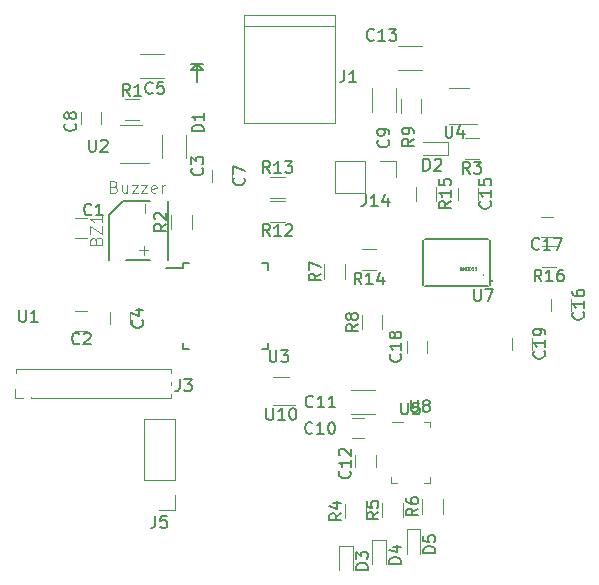
<source format=gbr>
G04 #@! TF.GenerationSoftware,KiCad,Pcbnew,(5.1.0)-1*
G04 #@! TF.CreationDate,2019-04-02T23:20:29-05:00*
G04 #@! TF.ProjectId,Avionics Board 1,4176696f-6e69-4637-9320-426f61726420,rev?*
G04 #@! TF.SameCoordinates,Original*
G04 #@! TF.FileFunction,Legend,Top*
G04 #@! TF.FilePolarity,Positive*
%FSLAX46Y46*%
G04 Gerber Fmt 4.6, Leading zero omitted, Abs format (unit mm)*
G04 Created by KiCad (PCBNEW (5.1.0)-1) date 2019-04-02 23:20:29*
%MOMM*%
%LPD*%
G04 APERTURE LIST*
%ADD10C,0.120000*%
%ADD11C,0.127000*%
%ADD12C,0.150000*%
%ADD13C,0.050000*%
%ADD14C,0.031750*%
G04 APERTURE END LIST*
D10*
X58220000Y-120322000D02*
X58220000Y-121522000D01*
X56460000Y-121522000D02*
X56460000Y-120322000D01*
D11*
X34940000Y-95022000D02*
X34940000Y-100022000D01*
X31440000Y-100022000D02*
X33440000Y-100022000D01*
X29940000Y-100022000D02*
X29940000Y-96252000D01*
X29940000Y-96252000D02*
X31170000Y-95022000D01*
X31170000Y-95022000D02*
X33440000Y-95022000D01*
D10*
X27132000Y-98210000D02*
X28132000Y-98210000D01*
X28132000Y-96510000D02*
X27132000Y-96510000D01*
X27132000Y-106084000D02*
X28132000Y-106084000D01*
X28132000Y-104384000D02*
X27132000Y-104384000D01*
X34420000Y-89422000D02*
X34420000Y-91422000D01*
X36460000Y-91422000D02*
X36460000Y-89422000D01*
X31784000Y-105480000D02*
X31784000Y-104480000D01*
X30084000Y-104480000D02*
X30084000Y-105480000D01*
X34640000Y-82602000D02*
X32640000Y-82602000D01*
X32640000Y-84642000D02*
X34640000Y-84642000D01*
X40390000Y-93422000D02*
X40390000Y-92422000D01*
X38690000Y-92422000D02*
X38690000Y-93422000D01*
X29290000Y-88522000D02*
X29290000Y-87522000D01*
X27590000Y-87522000D02*
X27590000Y-88522000D01*
X54260000Y-87522000D02*
X54260000Y-85522000D01*
X52220000Y-85522000D02*
X52220000Y-87522000D01*
X50590000Y-115122000D02*
X51590000Y-115122000D01*
X51590000Y-113422000D02*
X50590000Y-113422000D01*
X50490000Y-113092000D02*
X52490000Y-113092000D01*
X52490000Y-111052000D02*
X50490000Y-111052000D01*
X52540000Y-117572000D02*
X52540000Y-116572000D01*
X50840000Y-116572000D02*
X50840000Y-117572000D01*
X54440000Y-83942000D02*
X56440000Y-83942000D01*
X56440000Y-81902000D02*
X54440000Y-81902000D01*
X61226000Y-94928000D02*
X61226000Y-93928000D01*
X59526000Y-93928000D02*
X59526000Y-94928000D01*
X69100000Y-104326000D02*
X69100000Y-103326000D01*
X67400000Y-103326000D02*
X67400000Y-104326000D01*
X66540000Y-98072000D02*
X67540000Y-98072000D01*
X67540000Y-96372000D02*
X66540000Y-96372000D01*
X56908000Y-107882000D02*
X56908000Y-106882000D01*
X55208000Y-106882000D02*
X55208000Y-107882000D01*
X65798000Y-107628000D02*
X65798000Y-106628000D01*
X64098000Y-106628000D02*
X64098000Y-107628000D01*
D12*
X36940000Y-83472000D02*
X37940000Y-83472000D01*
X37440000Y-84972000D02*
X37440000Y-83472000D01*
X37440000Y-83472000D02*
X37940000Y-83972000D01*
X37940000Y-83972000D02*
X36940000Y-83972000D01*
X36940000Y-83972000D02*
X37440000Y-83472000D01*
D10*
X58640000Y-91192000D02*
X58640000Y-90052000D01*
X58640000Y-90052000D02*
X56540000Y-90052000D01*
X58640000Y-91192000D02*
X56540000Y-91192000D01*
X50610000Y-124222000D02*
X49470000Y-124222000D01*
X49470000Y-124222000D02*
X49470000Y-126322000D01*
X50610000Y-124222000D02*
X50610000Y-126322000D01*
X53410000Y-123722000D02*
X52270000Y-123722000D01*
X52270000Y-123722000D02*
X52270000Y-125822000D01*
X53410000Y-123722000D02*
X53410000Y-125822000D01*
X56310000Y-122822000D02*
X55170000Y-122822000D01*
X55170000Y-122822000D02*
X55170000Y-124922000D01*
X56310000Y-122822000D02*
X56310000Y-124922000D01*
X49090000Y-80272000D02*
X41390000Y-80272000D01*
X49090000Y-79272000D02*
X41390000Y-79272000D01*
X41390000Y-79272000D02*
X41390000Y-88472000D01*
X41390000Y-88472000D02*
X49090000Y-88472000D01*
X49090000Y-88472000D02*
X49090000Y-79272000D01*
X49070000Y-91692000D02*
X49070000Y-94352000D01*
X51670000Y-91692000D02*
X49070000Y-91692000D01*
X51670000Y-94352000D02*
X49070000Y-94352000D01*
X51670000Y-91692000D02*
X51670000Y-94352000D01*
X52940000Y-91692000D02*
X54270000Y-91692000D01*
X54270000Y-91692000D02*
X54270000Y-93022000D01*
X31340000Y-86442000D02*
X32540000Y-86442000D01*
X32540000Y-88202000D02*
X31340000Y-88202000D01*
X35260000Y-97422000D02*
X35260000Y-96222000D01*
X37020000Y-96222000D02*
X37020000Y-97422000D01*
X60100000Y-89742000D02*
X61300000Y-89742000D01*
X61300000Y-91502000D02*
X60100000Y-91502000D01*
X51720000Y-120722000D02*
X51720000Y-121922000D01*
X49960000Y-121922000D02*
X49960000Y-120722000D01*
X54870000Y-120616000D02*
X54870000Y-121816000D01*
X53110000Y-121816000D02*
X53110000Y-120616000D01*
X48160000Y-101622000D02*
X48160000Y-100422000D01*
X49920000Y-100422000D02*
X49920000Y-101622000D01*
X53120000Y-104722000D02*
X53120000Y-105922000D01*
X51360000Y-105922000D02*
X51360000Y-104722000D01*
X56430000Y-86418000D02*
X56430000Y-87618000D01*
X54670000Y-87618000D02*
X54670000Y-86418000D01*
X43638000Y-95026000D02*
X44838000Y-95026000D01*
X44838000Y-96786000D02*
X43638000Y-96786000D01*
X44838000Y-94754000D02*
X43638000Y-94754000D01*
X43638000Y-92994000D02*
X44838000Y-92994000D01*
X51394000Y-99136000D02*
X52594000Y-99136000D01*
X52594000Y-100896000D02*
X51394000Y-100896000D01*
X55940000Y-95028000D02*
X55940000Y-93828000D01*
X57700000Y-93828000D02*
X57700000Y-95028000D01*
X66634000Y-98882000D02*
X67834000Y-98882000D01*
X67834000Y-100642000D02*
X66634000Y-100642000D01*
X32745000Y-88623000D02*
X30945000Y-88623000D01*
X30945000Y-91843000D02*
X33395000Y-91843000D01*
D12*
X36199000Y-100339000D02*
X36199000Y-100764000D01*
X43449000Y-100339000D02*
X43449000Y-100864000D01*
X43449000Y-107589000D02*
X43449000Y-107064000D01*
X36199000Y-107589000D02*
X36199000Y-107064000D01*
X36199000Y-100339000D02*
X36724000Y-100339000D01*
X36199000Y-107589000D02*
X36724000Y-107589000D01*
X43449000Y-107589000D02*
X42924000Y-107589000D01*
X43449000Y-100339000D02*
X42924000Y-100339000D01*
X36199000Y-100764000D02*
X34824000Y-100764000D01*
D10*
X60494000Y-85458000D02*
X58734000Y-85458000D01*
X58734000Y-88528000D02*
X61164000Y-88528000D01*
X56620000Y-113722000D02*
X57120000Y-113722000D01*
X57120000Y-113722000D02*
X57120000Y-114222000D01*
X57120000Y-118422000D02*
X57120000Y-118922000D01*
X57120000Y-118922000D02*
X56620000Y-118922000D01*
X54320000Y-118922000D02*
X53820000Y-118922000D01*
X53820000Y-118922000D02*
X53820000Y-118422000D01*
X53920000Y-113722000D02*
X54870000Y-113722000D01*
D12*
X62096000Y-102244000D02*
X56696000Y-102244000D01*
X62096000Y-98244000D02*
X56696000Y-98244000D01*
X56596000Y-98344000D02*
X56596000Y-102144000D01*
X62196000Y-102144000D02*
X62196000Y-98344000D01*
X61698361Y-101334000D02*
G75*
G03X61698361Y-101334000I-22361J0D01*
G01*
D10*
X35570000Y-113512000D02*
X32910000Y-113512000D01*
X35570000Y-118652000D02*
X35570000Y-113512000D01*
X32910000Y-118652000D02*
X32910000Y-113512000D01*
X35570000Y-118652000D02*
X32910000Y-118652000D01*
X35570000Y-119922000D02*
X35570000Y-121252000D01*
X35570000Y-121252000D02*
X34240000Y-121252000D01*
X43840000Y-112282000D02*
X45740000Y-112282000D01*
X45240000Y-109962000D02*
X43840000Y-109962000D01*
X22015000Y-111710000D02*
X22015000Y-111000000D01*
X22700000Y-111710000D02*
X22015000Y-111710000D01*
X22140000Y-109605507D02*
X22140000Y-109290000D01*
X23385000Y-111710000D02*
X23385000Y-111608276D01*
X22140000Y-109290000D02*
X35260000Y-109290000D01*
X23385000Y-111710000D02*
X35260000Y-111710000D01*
X35260000Y-110605507D02*
X35260000Y-110394493D01*
X35260000Y-109605507D02*
X35260000Y-109290000D01*
X35260000Y-111710000D02*
X35260000Y-111394493D01*
D12*
X56142380Y-121088666D02*
X55666190Y-121422000D01*
X56142380Y-121660095D02*
X55142380Y-121660095D01*
X55142380Y-121279142D01*
X55190000Y-121183904D01*
X55237619Y-121136285D01*
X55332857Y-121088666D01*
X55475714Y-121088666D01*
X55570952Y-121136285D01*
X55618571Y-121183904D01*
X55666190Y-121279142D01*
X55666190Y-121660095D01*
X55142380Y-120231523D02*
X55142380Y-120422000D01*
X55190000Y-120517238D01*
X55237619Y-120564857D01*
X55380476Y-120660095D01*
X55570952Y-120707714D01*
X55951904Y-120707714D01*
X56047142Y-120660095D01*
X56094761Y-120612476D01*
X56142380Y-120517238D01*
X56142380Y-120326761D01*
X56094761Y-120231523D01*
X56047142Y-120183904D01*
X55951904Y-120136285D01*
X55713809Y-120136285D01*
X55618571Y-120183904D01*
X55570952Y-120231523D01*
X55523333Y-120326761D01*
X55523333Y-120517238D01*
X55570952Y-120612476D01*
X55618571Y-120660095D01*
X55713809Y-120707714D01*
D13*
X28868495Y-98403886D02*
X28916165Y-98260877D01*
X28963834Y-98213208D01*
X29059173Y-98165538D01*
X29202182Y-98165538D01*
X29297521Y-98213208D01*
X29345190Y-98260877D01*
X29392860Y-98356216D01*
X29392860Y-98737572D01*
X28391800Y-98737572D01*
X28391800Y-98403886D01*
X28439470Y-98308547D01*
X28487139Y-98260877D01*
X28582478Y-98213208D01*
X28677817Y-98213208D01*
X28773156Y-98260877D01*
X28820826Y-98308547D01*
X28868495Y-98403886D01*
X28868495Y-98737572D01*
X28391800Y-97831851D02*
X28391800Y-97164478D01*
X29392860Y-97831851D01*
X29392860Y-97164478D01*
X29392860Y-96258757D02*
X29392860Y-96830791D01*
X29392860Y-96544774D02*
X28391800Y-96544774D01*
X28534809Y-96640113D01*
X28630148Y-96735452D01*
X28677817Y-96830791D01*
X30411177Y-93850562D02*
X30554053Y-93898187D01*
X30601678Y-93945812D01*
X30649304Y-94041063D01*
X30649304Y-94183938D01*
X30601678Y-94279189D01*
X30554053Y-94326814D01*
X30458803Y-94374439D01*
X30077801Y-94374439D01*
X30077801Y-93374309D01*
X30411177Y-93374309D01*
X30506428Y-93421935D01*
X30554053Y-93469560D01*
X30601678Y-93564810D01*
X30601678Y-93660061D01*
X30554053Y-93755311D01*
X30506428Y-93802936D01*
X30411177Y-93850562D01*
X30077801Y-93850562D01*
X31506558Y-93707686D02*
X31506558Y-94374439D01*
X31077931Y-93707686D02*
X31077931Y-94231564D01*
X31125556Y-94326814D01*
X31220806Y-94374439D01*
X31363682Y-94374439D01*
X31458933Y-94326814D01*
X31506558Y-94279189D01*
X31887560Y-93707686D02*
X32411437Y-93707686D01*
X31887560Y-94374439D01*
X32411437Y-94374439D01*
X32697189Y-93707686D02*
X33221066Y-93707686D01*
X32697189Y-94374439D01*
X33221066Y-94374439D01*
X33983070Y-94326814D02*
X33887820Y-94374439D01*
X33697319Y-94374439D01*
X33602068Y-94326814D01*
X33554443Y-94231564D01*
X33554443Y-93850562D01*
X33602068Y-93755311D01*
X33697319Y-93707686D01*
X33887820Y-93707686D01*
X33983070Y-93755311D01*
X34030695Y-93850562D01*
X34030695Y-93945812D01*
X33554443Y-94041063D01*
X34459323Y-94374439D02*
X34459323Y-93707686D01*
X34459323Y-93898187D02*
X34506948Y-93802936D01*
X34554573Y-93755311D01*
X34649824Y-93707686D01*
X34745074Y-93707686D01*
X32911428Y-99602952D02*
X32911428Y-98841047D01*
X33292380Y-99222000D02*
X32530476Y-99222000D01*
X33011428Y-96102952D02*
X33011428Y-95341047D01*
D12*
X28473333Y-96179142D02*
X28425714Y-96226761D01*
X28282857Y-96274380D01*
X28187619Y-96274380D01*
X28044761Y-96226761D01*
X27949523Y-96131523D01*
X27901904Y-96036285D01*
X27854285Y-95845809D01*
X27854285Y-95702952D01*
X27901904Y-95512476D01*
X27949523Y-95417238D01*
X28044761Y-95322000D01*
X28187619Y-95274380D01*
X28282857Y-95274380D01*
X28425714Y-95322000D01*
X28473333Y-95369619D01*
X29425714Y-96274380D02*
X28854285Y-96274380D01*
X29140000Y-96274380D02*
X29140000Y-95274380D01*
X29044761Y-95417238D01*
X28949523Y-95512476D01*
X28854285Y-95560095D01*
X27465333Y-107091142D02*
X27417714Y-107138761D01*
X27274857Y-107186380D01*
X27179619Y-107186380D01*
X27036761Y-107138761D01*
X26941523Y-107043523D01*
X26893904Y-106948285D01*
X26846285Y-106757809D01*
X26846285Y-106614952D01*
X26893904Y-106424476D01*
X26941523Y-106329238D01*
X27036761Y-106234000D01*
X27179619Y-106186380D01*
X27274857Y-106186380D01*
X27417714Y-106234000D01*
X27465333Y-106281619D01*
X27846285Y-106281619D02*
X27893904Y-106234000D01*
X27989142Y-106186380D01*
X28227238Y-106186380D01*
X28322476Y-106234000D01*
X28370095Y-106281619D01*
X28417714Y-106376857D01*
X28417714Y-106472095D01*
X28370095Y-106614952D01*
X27798666Y-107186380D01*
X28417714Y-107186380D01*
X37857142Y-92266666D02*
X37904761Y-92314285D01*
X37952380Y-92457142D01*
X37952380Y-92552380D01*
X37904761Y-92695238D01*
X37809523Y-92790476D01*
X37714285Y-92838095D01*
X37523809Y-92885714D01*
X37380952Y-92885714D01*
X37190476Y-92838095D01*
X37095238Y-92790476D01*
X37000000Y-92695238D01*
X36952380Y-92552380D01*
X36952380Y-92457142D01*
X37000000Y-92314285D01*
X37047619Y-92266666D01*
X36952380Y-91933333D02*
X36952380Y-91314285D01*
X37333333Y-91647619D01*
X37333333Y-91504761D01*
X37380952Y-91409523D01*
X37428571Y-91361904D01*
X37523809Y-91314285D01*
X37761904Y-91314285D01*
X37857142Y-91361904D01*
X37904761Y-91409523D01*
X37952380Y-91504761D01*
X37952380Y-91790476D01*
X37904761Y-91885714D01*
X37857142Y-91933333D01*
X32791142Y-105146666D02*
X32838761Y-105194285D01*
X32886380Y-105337142D01*
X32886380Y-105432380D01*
X32838761Y-105575238D01*
X32743523Y-105670476D01*
X32648285Y-105718095D01*
X32457809Y-105765714D01*
X32314952Y-105765714D01*
X32124476Y-105718095D01*
X32029238Y-105670476D01*
X31934000Y-105575238D01*
X31886380Y-105432380D01*
X31886380Y-105337142D01*
X31934000Y-105194285D01*
X31981619Y-105146666D01*
X32219714Y-104289523D02*
X32886380Y-104289523D01*
X31838761Y-104527619D02*
X32553047Y-104765714D01*
X32553047Y-104146666D01*
X33673333Y-85879142D02*
X33625714Y-85926761D01*
X33482857Y-85974380D01*
X33387619Y-85974380D01*
X33244761Y-85926761D01*
X33149523Y-85831523D01*
X33101904Y-85736285D01*
X33054285Y-85545809D01*
X33054285Y-85402952D01*
X33101904Y-85212476D01*
X33149523Y-85117238D01*
X33244761Y-85022000D01*
X33387619Y-84974380D01*
X33482857Y-84974380D01*
X33625714Y-85022000D01*
X33673333Y-85069619D01*
X34578095Y-84974380D02*
X34101904Y-84974380D01*
X34054285Y-85450571D01*
X34101904Y-85402952D01*
X34197142Y-85355333D01*
X34435238Y-85355333D01*
X34530476Y-85402952D01*
X34578095Y-85450571D01*
X34625714Y-85545809D01*
X34625714Y-85783904D01*
X34578095Y-85879142D01*
X34530476Y-85926761D01*
X34435238Y-85974380D01*
X34197142Y-85974380D01*
X34101904Y-85926761D01*
X34054285Y-85879142D01*
X41397142Y-93088666D02*
X41444761Y-93136285D01*
X41492380Y-93279142D01*
X41492380Y-93374380D01*
X41444761Y-93517238D01*
X41349523Y-93612476D01*
X41254285Y-93660095D01*
X41063809Y-93707714D01*
X40920952Y-93707714D01*
X40730476Y-93660095D01*
X40635238Y-93612476D01*
X40540000Y-93517238D01*
X40492380Y-93374380D01*
X40492380Y-93279142D01*
X40540000Y-93136285D01*
X40587619Y-93088666D01*
X40492380Y-92755333D02*
X40492380Y-92088666D01*
X41492380Y-92517238D01*
X27097142Y-88488666D02*
X27144761Y-88536285D01*
X27192380Y-88679142D01*
X27192380Y-88774380D01*
X27144761Y-88917238D01*
X27049523Y-89012476D01*
X26954285Y-89060095D01*
X26763809Y-89107714D01*
X26620952Y-89107714D01*
X26430476Y-89060095D01*
X26335238Y-89012476D01*
X26240000Y-88917238D01*
X26192380Y-88774380D01*
X26192380Y-88679142D01*
X26240000Y-88536285D01*
X26287619Y-88488666D01*
X26620952Y-87917238D02*
X26573333Y-88012476D01*
X26525714Y-88060095D01*
X26430476Y-88107714D01*
X26382857Y-88107714D01*
X26287619Y-88060095D01*
X26240000Y-88012476D01*
X26192380Y-87917238D01*
X26192380Y-87726761D01*
X26240000Y-87631523D01*
X26287619Y-87583904D01*
X26382857Y-87536285D01*
X26430476Y-87536285D01*
X26525714Y-87583904D01*
X26573333Y-87631523D01*
X26620952Y-87726761D01*
X26620952Y-87917238D01*
X26668571Y-88012476D01*
X26716190Y-88060095D01*
X26811428Y-88107714D01*
X27001904Y-88107714D01*
X27097142Y-88060095D01*
X27144761Y-88012476D01*
X27192380Y-87917238D01*
X27192380Y-87726761D01*
X27144761Y-87631523D01*
X27097142Y-87583904D01*
X27001904Y-87536285D01*
X26811428Y-87536285D01*
X26716190Y-87583904D01*
X26668571Y-87631523D01*
X26620952Y-87726761D01*
X53597142Y-89888666D02*
X53644761Y-89936285D01*
X53692380Y-90079142D01*
X53692380Y-90174380D01*
X53644761Y-90317238D01*
X53549523Y-90412476D01*
X53454285Y-90460095D01*
X53263809Y-90507714D01*
X53120952Y-90507714D01*
X52930476Y-90460095D01*
X52835238Y-90412476D01*
X52740000Y-90317238D01*
X52692380Y-90174380D01*
X52692380Y-90079142D01*
X52740000Y-89936285D01*
X52787619Y-89888666D01*
X53692380Y-89412476D02*
X53692380Y-89222000D01*
X53644761Y-89126761D01*
X53597142Y-89079142D01*
X53454285Y-88983904D01*
X53263809Y-88936285D01*
X52882857Y-88936285D01*
X52787619Y-88983904D01*
X52740000Y-89031523D01*
X52692380Y-89126761D01*
X52692380Y-89317238D01*
X52740000Y-89412476D01*
X52787619Y-89460095D01*
X52882857Y-89507714D01*
X53120952Y-89507714D01*
X53216190Y-89460095D01*
X53263809Y-89412476D01*
X53311428Y-89317238D01*
X53311428Y-89126761D01*
X53263809Y-89031523D01*
X53216190Y-88983904D01*
X53120952Y-88936285D01*
X47193142Y-114667142D02*
X47145523Y-114714761D01*
X47002666Y-114762380D01*
X46907428Y-114762380D01*
X46764571Y-114714761D01*
X46669333Y-114619523D01*
X46621714Y-114524285D01*
X46574095Y-114333809D01*
X46574095Y-114190952D01*
X46621714Y-114000476D01*
X46669333Y-113905238D01*
X46764571Y-113810000D01*
X46907428Y-113762380D01*
X47002666Y-113762380D01*
X47145523Y-113810000D01*
X47193142Y-113857619D01*
X48145523Y-114762380D02*
X47574095Y-114762380D01*
X47859809Y-114762380D02*
X47859809Y-113762380D01*
X47764571Y-113905238D01*
X47669333Y-114000476D01*
X47574095Y-114048095D01*
X48764571Y-113762380D02*
X48859809Y-113762380D01*
X48955047Y-113810000D01*
X49002666Y-113857619D01*
X49050285Y-113952857D01*
X49097904Y-114143333D01*
X49097904Y-114381428D01*
X49050285Y-114571904D01*
X49002666Y-114667142D01*
X48955047Y-114714761D01*
X48859809Y-114762380D01*
X48764571Y-114762380D01*
X48669333Y-114714761D01*
X48621714Y-114667142D01*
X48574095Y-114571904D01*
X48526476Y-114381428D01*
X48526476Y-114143333D01*
X48574095Y-113952857D01*
X48621714Y-113857619D01*
X48669333Y-113810000D01*
X48764571Y-113762380D01*
X47247142Y-112429142D02*
X47199523Y-112476761D01*
X47056666Y-112524380D01*
X46961428Y-112524380D01*
X46818571Y-112476761D01*
X46723333Y-112381523D01*
X46675714Y-112286285D01*
X46628095Y-112095809D01*
X46628095Y-111952952D01*
X46675714Y-111762476D01*
X46723333Y-111667238D01*
X46818571Y-111572000D01*
X46961428Y-111524380D01*
X47056666Y-111524380D01*
X47199523Y-111572000D01*
X47247142Y-111619619D01*
X48199523Y-112524380D02*
X47628095Y-112524380D01*
X47913809Y-112524380D02*
X47913809Y-111524380D01*
X47818571Y-111667238D01*
X47723333Y-111762476D01*
X47628095Y-111810095D01*
X49151904Y-112524380D02*
X48580476Y-112524380D01*
X48866190Y-112524380D02*
X48866190Y-111524380D01*
X48770952Y-111667238D01*
X48675714Y-111762476D01*
X48580476Y-111810095D01*
X50347142Y-117914857D02*
X50394761Y-117962476D01*
X50442380Y-118105333D01*
X50442380Y-118200571D01*
X50394761Y-118343428D01*
X50299523Y-118438666D01*
X50204285Y-118486285D01*
X50013809Y-118533904D01*
X49870952Y-118533904D01*
X49680476Y-118486285D01*
X49585238Y-118438666D01*
X49490000Y-118343428D01*
X49442380Y-118200571D01*
X49442380Y-118105333D01*
X49490000Y-117962476D01*
X49537619Y-117914857D01*
X50442380Y-116962476D02*
X50442380Y-117533904D01*
X50442380Y-117248190D02*
X49442380Y-117248190D01*
X49585238Y-117343428D01*
X49680476Y-117438666D01*
X49728095Y-117533904D01*
X49537619Y-116581523D02*
X49490000Y-116533904D01*
X49442380Y-116438666D01*
X49442380Y-116200571D01*
X49490000Y-116105333D01*
X49537619Y-116057714D01*
X49632857Y-116010095D01*
X49728095Y-116010095D01*
X49870952Y-116057714D01*
X50442380Y-116629142D01*
X50442380Y-116010095D01*
X52397142Y-81379142D02*
X52349523Y-81426761D01*
X52206666Y-81474380D01*
X52111428Y-81474380D01*
X51968571Y-81426761D01*
X51873333Y-81331523D01*
X51825714Y-81236285D01*
X51778095Y-81045809D01*
X51778095Y-80902952D01*
X51825714Y-80712476D01*
X51873333Y-80617238D01*
X51968571Y-80522000D01*
X52111428Y-80474380D01*
X52206666Y-80474380D01*
X52349523Y-80522000D01*
X52397142Y-80569619D01*
X53349523Y-81474380D02*
X52778095Y-81474380D01*
X53063809Y-81474380D02*
X53063809Y-80474380D01*
X52968571Y-80617238D01*
X52873333Y-80712476D01*
X52778095Y-80760095D01*
X53682857Y-80474380D02*
X54301904Y-80474380D01*
X53968571Y-80855333D01*
X54111428Y-80855333D01*
X54206666Y-80902952D01*
X54254285Y-80950571D01*
X54301904Y-81045809D01*
X54301904Y-81283904D01*
X54254285Y-81379142D01*
X54206666Y-81426761D01*
X54111428Y-81474380D01*
X53825714Y-81474380D01*
X53730476Y-81426761D01*
X53682857Y-81379142D01*
X62233142Y-95070857D02*
X62280761Y-95118476D01*
X62328380Y-95261333D01*
X62328380Y-95356571D01*
X62280761Y-95499428D01*
X62185523Y-95594666D01*
X62090285Y-95642285D01*
X61899809Y-95689904D01*
X61756952Y-95689904D01*
X61566476Y-95642285D01*
X61471238Y-95594666D01*
X61376000Y-95499428D01*
X61328380Y-95356571D01*
X61328380Y-95261333D01*
X61376000Y-95118476D01*
X61423619Y-95070857D01*
X62328380Y-94118476D02*
X62328380Y-94689904D01*
X62328380Y-94404190D02*
X61328380Y-94404190D01*
X61471238Y-94499428D01*
X61566476Y-94594666D01*
X61614095Y-94689904D01*
X61328380Y-93213714D02*
X61328380Y-93689904D01*
X61804571Y-93737523D01*
X61756952Y-93689904D01*
X61709333Y-93594666D01*
X61709333Y-93356571D01*
X61756952Y-93261333D01*
X61804571Y-93213714D01*
X61899809Y-93166095D01*
X62137904Y-93166095D01*
X62233142Y-93213714D01*
X62280761Y-93261333D01*
X62328380Y-93356571D01*
X62328380Y-93594666D01*
X62280761Y-93689904D01*
X62233142Y-93737523D01*
X70107142Y-104468857D02*
X70154761Y-104516476D01*
X70202380Y-104659333D01*
X70202380Y-104754571D01*
X70154761Y-104897428D01*
X70059523Y-104992666D01*
X69964285Y-105040285D01*
X69773809Y-105087904D01*
X69630952Y-105087904D01*
X69440476Y-105040285D01*
X69345238Y-104992666D01*
X69250000Y-104897428D01*
X69202380Y-104754571D01*
X69202380Y-104659333D01*
X69250000Y-104516476D01*
X69297619Y-104468857D01*
X70202380Y-103516476D02*
X70202380Y-104087904D01*
X70202380Y-103802190D02*
X69202380Y-103802190D01*
X69345238Y-103897428D01*
X69440476Y-103992666D01*
X69488095Y-104087904D01*
X69202380Y-102659333D02*
X69202380Y-102849809D01*
X69250000Y-102945047D01*
X69297619Y-102992666D01*
X69440476Y-103087904D01*
X69630952Y-103135523D01*
X70011904Y-103135523D01*
X70107142Y-103087904D01*
X70154761Y-103040285D01*
X70202380Y-102945047D01*
X70202380Y-102754571D01*
X70154761Y-102659333D01*
X70107142Y-102611714D01*
X70011904Y-102564095D01*
X69773809Y-102564095D01*
X69678571Y-102611714D01*
X69630952Y-102659333D01*
X69583333Y-102754571D01*
X69583333Y-102945047D01*
X69630952Y-103040285D01*
X69678571Y-103087904D01*
X69773809Y-103135523D01*
X66397142Y-99079142D02*
X66349523Y-99126761D01*
X66206666Y-99174380D01*
X66111428Y-99174380D01*
X65968571Y-99126761D01*
X65873333Y-99031523D01*
X65825714Y-98936285D01*
X65778095Y-98745809D01*
X65778095Y-98602952D01*
X65825714Y-98412476D01*
X65873333Y-98317238D01*
X65968571Y-98222000D01*
X66111428Y-98174380D01*
X66206666Y-98174380D01*
X66349523Y-98222000D01*
X66397142Y-98269619D01*
X67349523Y-99174380D02*
X66778095Y-99174380D01*
X67063809Y-99174380D02*
X67063809Y-98174380D01*
X66968571Y-98317238D01*
X66873333Y-98412476D01*
X66778095Y-98460095D01*
X67682857Y-98174380D02*
X68349523Y-98174380D01*
X67920952Y-99174380D01*
X54637142Y-108024857D02*
X54684761Y-108072476D01*
X54732380Y-108215333D01*
X54732380Y-108310571D01*
X54684761Y-108453428D01*
X54589523Y-108548666D01*
X54494285Y-108596285D01*
X54303809Y-108643904D01*
X54160952Y-108643904D01*
X53970476Y-108596285D01*
X53875238Y-108548666D01*
X53780000Y-108453428D01*
X53732380Y-108310571D01*
X53732380Y-108215333D01*
X53780000Y-108072476D01*
X53827619Y-108024857D01*
X54732380Y-107072476D02*
X54732380Y-107643904D01*
X54732380Y-107358190D02*
X53732380Y-107358190D01*
X53875238Y-107453428D01*
X53970476Y-107548666D01*
X54018095Y-107643904D01*
X54160952Y-106501047D02*
X54113333Y-106596285D01*
X54065714Y-106643904D01*
X53970476Y-106691523D01*
X53922857Y-106691523D01*
X53827619Y-106643904D01*
X53780000Y-106596285D01*
X53732380Y-106501047D01*
X53732380Y-106310571D01*
X53780000Y-106215333D01*
X53827619Y-106167714D01*
X53922857Y-106120095D01*
X53970476Y-106120095D01*
X54065714Y-106167714D01*
X54113333Y-106215333D01*
X54160952Y-106310571D01*
X54160952Y-106501047D01*
X54208571Y-106596285D01*
X54256190Y-106643904D01*
X54351428Y-106691523D01*
X54541904Y-106691523D01*
X54637142Y-106643904D01*
X54684761Y-106596285D01*
X54732380Y-106501047D01*
X54732380Y-106310571D01*
X54684761Y-106215333D01*
X54637142Y-106167714D01*
X54541904Y-106120095D01*
X54351428Y-106120095D01*
X54256190Y-106167714D01*
X54208571Y-106215333D01*
X54160952Y-106310571D01*
X66805142Y-107770857D02*
X66852761Y-107818476D01*
X66900380Y-107961333D01*
X66900380Y-108056571D01*
X66852761Y-108199428D01*
X66757523Y-108294666D01*
X66662285Y-108342285D01*
X66471809Y-108389904D01*
X66328952Y-108389904D01*
X66138476Y-108342285D01*
X66043238Y-108294666D01*
X65948000Y-108199428D01*
X65900380Y-108056571D01*
X65900380Y-107961333D01*
X65948000Y-107818476D01*
X65995619Y-107770857D01*
X66900380Y-106818476D02*
X66900380Y-107389904D01*
X66900380Y-107104190D02*
X65900380Y-107104190D01*
X66043238Y-107199428D01*
X66138476Y-107294666D01*
X66186095Y-107389904D01*
X66900380Y-106342285D02*
X66900380Y-106151809D01*
X66852761Y-106056571D01*
X66805142Y-106008952D01*
X66662285Y-105913714D01*
X66471809Y-105866095D01*
X66090857Y-105866095D01*
X65995619Y-105913714D01*
X65948000Y-105961333D01*
X65900380Y-106056571D01*
X65900380Y-106247047D01*
X65948000Y-106342285D01*
X65995619Y-106389904D01*
X66090857Y-106437523D01*
X66328952Y-106437523D01*
X66424190Y-106389904D01*
X66471809Y-106342285D01*
X66519428Y-106247047D01*
X66519428Y-106056571D01*
X66471809Y-105961333D01*
X66424190Y-105913714D01*
X66328952Y-105866095D01*
X37992380Y-89160095D02*
X36992380Y-89160095D01*
X36992380Y-88922000D01*
X37040000Y-88779142D01*
X37135238Y-88683904D01*
X37230476Y-88636285D01*
X37420952Y-88588666D01*
X37563809Y-88588666D01*
X37754285Y-88636285D01*
X37849523Y-88683904D01*
X37944761Y-88779142D01*
X37992380Y-88922000D01*
X37992380Y-89160095D01*
X37992380Y-87636285D02*
X37992380Y-88207714D01*
X37992380Y-87922000D02*
X36992380Y-87922000D01*
X37135238Y-88017238D01*
X37230476Y-88112476D01*
X37278095Y-88207714D01*
X56601904Y-92474380D02*
X56601904Y-91474380D01*
X56840000Y-91474380D01*
X56982857Y-91522000D01*
X57078095Y-91617238D01*
X57125714Y-91712476D01*
X57173333Y-91902952D01*
X57173333Y-92045809D01*
X57125714Y-92236285D01*
X57078095Y-92331523D01*
X56982857Y-92426761D01*
X56840000Y-92474380D01*
X56601904Y-92474380D01*
X57554285Y-91569619D02*
X57601904Y-91522000D01*
X57697142Y-91474380D01*
X57935238Y-91474380D01*
X58030476Y-91522000D01*
X58078095Y-91569619D01*
X58125714Y-91664857D01*
X58125714Y-91760095D01*
X58078095Y-91902952D01*
X57506666Y-92474380D01*
X58125714Y-92474380D01*
X51892380Y-126260095D02*
X50892380Y-126260095D01*
X50892380Y-126022000D01*
X50940000Y-125879142D01*
X51035238Y-125783904D01*
X51130476Y-125736285D01*
X51320952Y-125688666D01*
X51463809Y-125688666D01*
X51654285Y-125736285D01*
X51749523Y-125783904D01*
X51844761Y-125879142D01*
X51892380Y-126022000D01*
X51892380Y-126260095D01*
X50892380Y-125355333D02*
X50892380Y-124736285D01*
X51273333Y-125069619D01*
X51273333Y-124926761D01*
X51320952Y-124831523D01*
X51368571Y-124783904D01*
X51463809Y-124736285D01*
X51701904Y-124736285D01*
X51797142Y-124783904D01*
X51844761Y-124831523D01*
X51892380Y-124926761D01*
X51892380Y-125212476D01*
X51844761Y-125307714D01*
X51797142Y-125355333D01*
X54692380Y-125760095D02*
X53692380Y-125760095D01*
X53692380Y-125522000D01*
X53740000Y-125379142D01*
X53835238Y-125283904D01*
X53930476Y-125236285D01*
X54120952Y-125188666D01*
X54263809Y-125188666D01*
X54454285Y-125236285D01*
X54549523Y-125283904D01*
X54644761Y-125379142D01*
X54692380Y-125522000D01*
X54692380Y-125760095D01*
X54025714Y-124331523D02*
X54692380Y-124331523D01*
X53644761Y-124569619D02*
X54359047Y-124807714D01*
X54359047Y-124188666D01*
X57592380Y-124860095D02*
X56592380Y-124860095D01*
X56592380Y-124622000D01*
X56640000Y-124479142D01*
X56735238Y-124383904D01*
X56830476Y-124336285D01*
X57020952Y-124288666D01*
X57163809Y-124288666D01*
X57354285Y-124336285D01*
X57449523Y-124383904D01*
X57544761Y-124479142D01*
X57592380Y-124622000D01*
X57592380Y-124860095D01*
X56592380Y-123383904D02*
X56592380Y-123860095D01*
X57068571Y-123907714D01*
X57020952Y-123860095D01*
X56973333Y-123764857D01*
X56973333Y-123526761D01*
X57020952Y-123431523D01*
X57068571Y-123383904D01*
X57163809Y-123336285D01*
X57401904Y-123336285D01*
X57497142Y-123383904D01*
X57544761Y-123431523D01*
X57592380Y-123526761D01*
X57592380Y-123764857D01*
X57544761Y-123860095D01*
X57497142Y-123907714D01*
X49906666Y-83974380D02*
X49906666Y-84688666D01*
X49859047Y-84831523D01*
X49763809Y-84926761D01*
X49620952Y-84974380D01*
X49525714Y-84974380D01*
X50906666Y-84974380D02*
X50335238Y-84974380D01*
X50620952Y-84974380D02*
X50620952Y-83974380D01*
X50525714Y-84117238D01*
X50430476Y-84212476D01*
X50335238Y-84260095D01*
X51730476Y-94474380D02*
X51730476Y-95188666D01*
X51682857Y-95331523D01*
X51587619Y-95426761D01*
X51444761Y-95474380D01*
X51349523Y-95474380D01*
X52730476Y-95474380D02*
X52159047Y-95474380D01*
X52444761Y-95474380D02*
X52444761Y-94474380D01*
X52349523Y-94617238D01*
X52254285Y-94712476D01*
X52159047Y-94760095D01*
X53587619Y-94807714D02*
X53587619Y-95474380D01*
X53349523Y-94426761D02*
X53111428Y-95141047D01*
X53730476Y-95141047D01*
X31733333Y-86152380D02*
X31400000Y-85676190D01*
X31161904Y-86152380D02*
X31161904Y-85152380D01*
X31542857Y-85152380D01*
X31638095Y-85200000D01*
X31685714Y-85247619D01*
X31733333Y-85342857D01*
X31733333Y-85485714D01*
X31685714Y-85580952D01*
X31638095Y-85628571D01*
X31542857Y-85676190D01*
X31161904Y-85676190D01*
X32685714Y-86152380D02*
X32114285Y-86152380D01*
X32400000Y-86152380D02*
X32400000Y-85152380D01*
X32304761Y-85295238D01*
X32209523Y-85390476D01*
X32114285Y-85438095D01*
X34814380Y-96988666D02*
X34338190Y-97322000D01*
X34814380Y-97560095D02*
X33814380Y-97560095D01*
X33814380Y-97179142D01*
X33862000Y-97083904D01*
X33909619Y-97036285D01*
X34004857Y-96988666D01*
X34147714Y-96988666D01*
X34242952Y-97036285D01*
X34290571Y-97083904D01*
X34338190Y-97179142D01*
X34338190Y-97560095D01*
X33909619Y-96607714D02*
X33862000Y-96560095D01*
X33814380Y-96464857D01*
X33814380Y-96226761D01*
X33862000Y-96131523D01*
X33909619Y-96083904D01*
X34004857Y-96036285D01*
X34100095Y-96036285D01*
X34242952Y-96083904D01*
X34814380Y-96655333D01*
X34814380Y-96036285D01*
X60533333Y-92724380D02*
X60200000Y-92248190D01*
X59961904Y-92724380D02*
X59961904Y-91724380D01*
X60342857Y-91724380D01*
X60438095Y-91772000D01*
X60485714Y-91819619D01*
X60533333Y-91914857D01*
X60533333Y-92057714D01*
X60485714Y-92152952D01*
X60438095Y-92200571D01*
X60342857Y-92248190D01*
X59961904Y-92248190D01*
X60866666Y-91724380D02*
X61485714Y-91724380D01*
X61152380Y-92105333D01*
X61295238Y-92105333D01*
X61390476Y-92152952D01*
X61438095Y-92200571D01*
X61485714Y-92295809D01*
X61485714Y-92533904D01*
X61438095Y-92629142D01*
X61390476Y-92676761D01*
X61295238Y-92724380D01*
X61009523Y-92724380D01*
X60914285Y-92676761D01*
X60866666Y-92629142D01*
X49642380Y-121488666D02*
X49166190Y-121822000D01*
X49642380Y-122060095D02*
X48642380Y-122060095D01*
X48642380Y-121679142D01*
X48690000Y-121583904D01*
X48737619Y-121536285D01*
X48832857Y-121488666D01*
X48975714Y-121488666D01*
X49070952Y-121536285D01*
X49118571Y-121583904D01*
X49166190Y-121679142D01*
X49166190Y-122060095D01*
X48975714Y-120631523D02*
X49642380Y-120631523D01*
X48594761Y-120869619D02*
X49309047Y-121107714D01*
X49309047Y-120488666D01*
X52792380Y-121382666D02*
X52316190Y-121716000D01*
X52792380Y-121954095D02*
X51792380Y-121954095D01*
X51792380Y-121573142D01*
X51840000Y-121477904D01*
X51887619Y-121430285D01*
X51982857Y-121382666D01*
X52125714Y-121382666D01*
X52220952Y-121430285D01*
X52268571Y-121477904D01*
X52316190Y-121573142D01*
X52316190Y-121954095D01*
X51792380Y-120477904D02*
X51792380Y-120954095D01*
X52268571Y-121001714D01*
X52220952Y-120954095D01*
X52173333Y-120858857D01*
X52173333Y-120620761D01*
X52220952Y-120525523D01*
X52268571Y-120477904D01*
X52363809Y-120430285D01*
X52601904Y-120430285D01*
X52697142Y-120477904D01*
X52744761Y-120525523D01*
X52792380Y-120620761D01*
X52792380Y-120858857D01*
X52744761Y-120954095D01*
X52697142Y-121001714D01*
X47892380Y-101188666D02*
X47416190Y-101522000D01*
X47892380Y-101760095D02*
X46892380Y-101760095D01*
X46892380Y-101379142D01*
X46940000Y-101283904D01*
X46987619Y-101236285D01*
X47082857Y-101188666D01*
X47225714Y-101188666D01*
X47320952Y-101236285D01*
X47368571Y-101283904D01*
X47416190Y-101379142D01*
X47416190Y-101760095D01*
X46892380Y-100855333D02*
X46892380Y-100188666D01*
X47892380Y-100617238D01*
X51042380Y-105488666D02*
X50566190Y-105822000D01*
X51042380Y-106060095D02*
X50042380Y-106060095D01*
X50042380Y-105679142D01*
X50090000Y-105583904D01*
X50137619Y-105536285D01*
X50232857Y-105488666D01*
X50375714Y-105488666D01*
X50470952Y-105536285D01*
X50518571Y-105583904D01*
X50566190Y-105679142D01*
X50566190Y-106060095D01*
X50470952Y-104917238D02*
X50423333Y-105012476D01*
X50375714Y-105060095D01*
X50280476Y-105107714D01*
X50232857Y-105107714D01*
X50137619Y-105060095D01*
X50090000Y-105012476D01*
X50042380Y-104917238D01*
X50042380Y-104726761D01*
X50090000Y-104631523D01*
X50137619Y-104583904D01*
X50232857Y-104536285D01*
X50280476Y-104536285D01*
X50375714Y-104583904D01*
X50423333Y-104631523D01*
X50470952Y-104726761D01*
X50470952Y-104917238D01*
X50518571Y-105012476D01*
X50566190Y-105060095D01*
X50661428Y-105107714D01*
X50851904Y-105107714D01*
X50947142Y-105060095D01*
X50994761Y-105012476D01*
X51042380Y-104917238D01*
X51042380Y-104726761D01*
X50994761Y-104631523D01*
X50947142Y-104583904D01*
X50851904Y-104536285D01*
X50661428Y-104536285D01*
X50566190Y-104583904D01*
X50518571Y-104631523D01*
X50470952Y-104726761D01*
X55792380Y-89788666D02*
X55316190Y-90122000D01*
X55792380Y-90360095D02*
X54792380Y-90360095D01*
X54792380Y-89979142D01*
X54840000Y-89883904D01*
X54887619Y-89836285D01*
X54982857Y-89788666D01*
X55125714Y-89788666D01*
X55220952Y-89836285D01*
X55268571Y-89883904D01*
X55316190Y-89979142D01*
X55316190Y-90360095D01*
X55792380Y-89312476D02*
X55792380Y-89122000D01*
X55744761Y-89026761D01*
X55697142Y-88979142D01*
X55554285Y-88883904D01*
X55363809Y-88836285D01*
X54982857Y-88836285D01*
X54887619Y-88883904D01*
X54840000Y-88931523D01*
X54792380Y-89026761D01*
X54792380Y-89217238D01*
X54840000Y-89312476D01*
X54887619Y-89360095D01*
X54982857Y-89407714D01*
X55220952Y-89407714D01*
X55316190Y-89360095D01*
X55363809Y-89312476D01*
X55411428Y-89217238D01*
X55411428Y-89026761D01*
X55363809Y-88931523D01*
X55316190Y-88883904D01*
X55220952Y-88836285D01*
X43595142Y-98008380D02*
X43261809Y-97532190D01*
X43023714Y-98008380D02*
X43023714Y-97008380D01*
X43404666Y-97008380D01*
X43499904Y-97056000D01*
X43547523Y-97103619D01*
X43595142Y-97198857D01*
X43595142Y-97341714D01*
X43547523Y-97436952D01*
X43499904Y-97484571D01*
X43404666Y-97532190D01*
X43023714Y-97532190D01*
X44547523Y-98008380D02*
X43976095Y-98008380D01*
X44261809Y-98008380D02*
X44261809Y-97008380D01*
X44166571Y-97151238D01*
X44071333Y-97246476D01*
X43976095Y-97294095D01*
X44928476Y-97103619D02*
X44976095Y-97056000D01*
X45071333Y-97008380D01*
X45309428Y-97008380D01*
X45404666Y-97056000D01*
X45452285Y-97103619D01*
X45499904Y-97198857D01*
X45499904Y-97294095D01*
X45452285Y-97436952D01*
X44880857Y-98008380D01*
X45499904Y-98008380D01*
X43595142Y-92676380D02*
X43261809Y-92200190D01*
X43023714Y-92676380D02*
X43023714Y-91676380D01*
X43404666Y-91676380D01*
X43499904Y-91724000D01*
X43547523Y-91771619D01*
X43595142Y-91866857D01*
X43595142Y-92009714D01*
X43547523Y-92104952D01*
X43499904Y-92152571D01*
X43404666Y-92200190D01*
X43023714Y-92200190D01*
X44547523Y-92676380D02*
X43976095Y-92676380D01*
X44261809Y-92676380D02*
X44261809Y-91676380D01*
X44166571Y-91819238D01*
X44071333Y-91914476D01*
X43976095Y-91962095D01*
X44880857Y-91676380D02*
X45499904Y-91676380D01*
X45166571Y-92057333D01*
X45309428Y-92057333D01*
X45404666Y-92104952D01*
X45452285Y-92152571D01*
X45499904Y-92247809D01*
X45499904Y-92485904D01*
X45452285Y-92581142D01*
X45404666Y-92628761D01*
X45309428Y-92676380D01*
X45023714Y-92676380D01*
X44928476Y-92628761D01*
X44880857Y-92581142D01*
X51351142Y-102118380D02*
X51017809Y-101642190D01*
X50779714Y-102118380D02*
X50779714Y-101118380D01*
X51160666Y-101118380D01*
X51255904Y-101166000D01*
X51303523Y-101213619D01*
X51351142Y-101308857D01*
X51351142Y-101451714D01*
X51303523Y-101546952D01*
X51255904Y-101594571D01*
X51160666Y-101642190D01*
X50779714Y-101642190D01*
X52303523Y-102118380D02*
X51732095Y-102118380D01*
X52017809Y-102118380D02*
X52017809Y-101118380D01*
X51922571Y-101261238D01*
X51827333Y-101356476D01*
X51732095Y-101404095D01*
X53160666Y-101451714D02*
X53160666Y-102118380D01*
X52922571Y-101070761D02*
X52684476Y-101785047D01*
X53303523Y-101785047D01*
X58922380Y-95070857D02*
X58446190Y-95404190D01*
X58922380Y-95642285D02*
X57922380Y-95642285D01*
X57922380Y-95261333D01*
X57970000Y-95166095D01*
X58017619Y-95118476D01*
X58112857Y-95070857D01*
X58255714Y-95070857D01*
X58350952Y-95118476D01*
X58398571Y-95166095D01*
X58446190Y-95261333D01*
X58446190Y-95642285D01*
X58922380Y-94118476D02*
X58922380Y-94689904D01*
X58922380Y-94404190D02*
X57922380Y-94404190D01*
X58065238Y-94499428D01*
X58160476Y-94594666D01*
X58208095Y-94689904D01*
X57922380Y-93213714D02*
X57922380Y-93689904D01*
X58398571Y-93737523D01*
X58350952Y-93689904D01*
X58303333Y-93594666D01*
X58303333Y-93356571D01*
X58350952Y-93261333D01*
X58398571Y-93213714D01*
X58493809Y-93166095D01*
X58731904Y-93166095D01*
X58827142Y-93213714D01*
X58874761Y-93261333D01*
X58922380Y-93356571D01*
X58922380Y-93594666D01*
X58874761Y-93689904D01*
X58827142Y-93737523D01*
X66591142Y-101864380D02*
X66257809Y-101388190D01*
X66019714Y-101864380D02*
X66019714Y-100864380D01*
X66400666Y-100864380D01*
X66495904Y-100912000D01*
X66543523Y-100959619D01*
X66591142Y-101054857D01*
X66591142Y-101197714D01*
X66543523Y-101292952D01*
X66495904Y-101340571D01*
X66400666Y-101388190D01*
X66019714Y-101388190D01*
X67543523Y-101864380D02*
X66972095Y-101864380D01*
X67257809Y-101864380D02*
X67257809Y-100864380D01*
X67162571Y-101007238D01*
X67067333Y-101102476D01*
X66972095Y-101150095D01*
X68400666Y-100864380D02*
X68210190Y-100864380D01*
X68114952Y-100912000D01*
X68067333Y-100959619D01*
X67972095Y-101102476D01*
X67924476Y-101292952D01*
X67924476Y-101673904D01*
X67972095Y-101769142D01*
X68019714Y-101816761D01*
X68114952Y-101864380D01*
X68305428Y-101864380D01*
X68400666Y-101816761D01*
X68448285Y-101769142D01*
X68495904Y-101673904D01*
X68495904Y-101435809D01*
X68448285Y-101340571D01*
X68400666Y-101292952D01*
X68305428Y-101245333D01*
X68114952Y-101245333D01*
X68019714Y-101292952D01*
X67972095Y-101340571D01*
X67924476Y-101435809D01*
X22378095Y-104274380D02*
X22378095Y-105083904D01*
X22425714Y-105179142D01*
X22473333Y-105226761D01*
X22568571Y-105274380D01*
X22759047Y-105274380D01*
X22854285Y-105226761D01*
X22901904Y-105179142D01*
X22949523Y-105083904D01*
X22949523Y-104274380D01*
X23949523Y-105274380D02*
X23378095Y-105274380D01*
X23663809Y-105274380D02*
X23663809Y-104274380D01*
X23568571Y-104417238D01*
X23473333Y-104512476D01*
X23378095Y-104560095D01*
X28278095Y-89874380D02*
X28278095Y-90683904D01*
X28325714Y-90779142D01*
X28373333Y-90826761D01*
X28468571Y-90874380D01*
X28659047Y-90874380D01*
X28754285Y-90826761D01*
X28801904Y-90779142D01*
X28849523Y-90683904D01*
X28849523Y-89874380D01*
X29278095Y-89969619D02*
X29325714Y-89922000D01*
X29420952Y-89874380D01*
X29659047Y-89874380D01*
X29754285Y-89922000D01*
X29801904Y-89969619D01*
X29849523Y-90064857D01*
X29849523Y-90160095D01*
X29801904Y-90302952D01*
X29230476Y-90874380D01*
X29849523Y-90874380D01*
X43578095Y-107674380D02*
X43578095Y-108483904D01*
X43625714Y-108579142D01*
X43673333Y-108626761D01*
X43768571Y-108674380D01*
X43959047Y-108674380D01*
X44054285Y-108626761D01*
X44101904Y-108579142D01*
X44149523Y-108483904D01*
X44149523Y-107674380D01*
X44530476Y-107674380D02*
X45149523Y-107674380D01*
X44816190Y-108055333D01*
X44959047Y-108055333D01*
X45054285Y-108102952D01*
X45101904Y-108150571D01*
X45149523Y-108245809D01*
X45149523Y-108483904D01*
X45101904Y-108579142D01*
X45054285Y-108626761D01*
X44959047Y-108674380D01*
X44673333Y-108674380D01*
X44578095Y-108626761D01*
X44530476Y-108579142D01*
X58478095Y-88674380D02*
X58478095Y-89483904D01*
X58525714Y-89579142D01*
X58573333Y-89626761D01*
X58668571Y-89674380D01*
X58859047Y-89674380D01*
X58954285Y-89626761D01*
X59001904Y-89579142D01*
X59049523Y-89483904D01*
X59049523Y-88674380D01*
X59954285Y-89007714D02*
X59954285Y-89674380D01*
X59716190Y-88626761D02*
X59478095Y-89341047D01*
X60097142Y-89341047D01*
X54708095Y-112124380D02*
X54708095Y-112933904D01*
X54755714Y-113029142D01*
X54803333Y-113076761D01*
X54898571Y-113124380D01*
X55089047Y-113124380D01*
X55184285Y-113076761D01*
X55231904Y-113029142D01*
X55279523Y-112933904D01*
X55279523Y-112124380D01*
X56231904Y-112124380D02*
X55755714Y-112124380D01*
X55708095Y-112600571D01*
X55755714Y-112552952D01*
X55850952Y-112505333D01*
X56089047Y-112505333D01*
X56184285Y-112552952D01*
X56231904Y-112600571D01*
X56279523Y-112695809D01*
X56279523Y-112933904D01*
X56231904Y-113029142D01*
X56184285Y-113076761D01*
X56089047Y-113124380D01*
X55850952Y-113124380D01*
X55755714Y-113076761D01*
X55708095Y-113029142D01*
X60884095Y-102516380D02*
X60884095Y-103325904D01*
X60931714Y-103421142D01*
X60979333Y-103468761D01*
X61074571Y-103516380D01*
X61265047Y-103516380D01*
X61360285Y-103468761D01*
X61407904Y-103421142D01*
X61455523Y-103325904D01*
X61455523Y-102516380D01*
X61836476Y-102516380D02*
X62503142Y-102516380D01*
X62074571Y-103516380D01*
D14*
X62432285Y-101851452D02*
X62359714Y-101851452D01*
X62396000Y-101851452D02*
X62396000Y-101724452D01*
X62383904Y-101742595D01*
X62371809Y-101754690D01*
X62359714Y-101760738D01*
D13*
X59774809Y-100760142D02*
X59810523Y-100772047D01*
X59822428Y-100783952D01*
X59834333Y-100807761D01*
X59834333Y-100843476D01*
X59822428Y-100867285D01*
X59810523Y-100879190D01*
X59786714Y-100891095D01*
X59691476Y-100891095D01*
X59691476Y-100641095D01*
X59774809Y-100641095D01*
X59798619Y-100653000D01*
X59810523Y-100664904D01*
X59822428Y-100688714D01*
X59822428Y-100712523D01*
X59810523Y-100736333D01*
X59798619Y-100748238D01*
X59774809Y-100760142D01*
X59691476Y-100760142D01*
X59941476Y-100891095D02*
X59941476Y-100641095D01*
X60084333Y-100891095D01*
X60084333Y-100641095D01*
X60251000Y-100641095D02*
X60298619Y-100641095D01*
X60322428Y-100653000D01*
X60346238Y-100676809D01*
X60358142Y-100724428D01*
X60358142Y-100807761D01*
X60346238Y-100855380D01*
X60322428Y-100879190D01*
X60298619Y-100891095D01*
X60251000Y-100891095D01*
X60227190Y-100879190D01*
X60203380Y-100855380D01*
X60191476Y-100807761D01*
X60191476Y-100724428D01*
X60203380Y-100676809D01*
X60227190Y-100653000D01*
X60251000Y-100641095D01*
X60512904Y-100641095D02*
X60536714Y-100641095D01*
X60560523Y-100653000D01*
X60572428Y-100664904D01*
X60584333Y-100688714D01*
X60596238Y-100736333D01*
X60596238Y-100795857D01*
X60584333Y-100843476D01*
X60572428Y-100867285D01*
X60560523Y-100879190D01*
X60536714Y-100891095D01*
X60512904Y-100891095D01*
X60489095Y-100879190D01*
X60477190Y-100867285D01*
X60465285Y-100843476D01*
X60453380Y-100795857D01*
X60453380Y-100736333D01*
X60465285Y-100688714D01*
X60477190Y-100664904D01*
X60489095Y-100653000D01*
X60512904Y-100641095D01*
X60822428Y-100641095D02*
X60703380Y-100641095D01*
X60691476Y-100760142D01*
X60703380Y-100748238D01*
X60727190Y-100736333D01*
X60786714Y-100736333D01*
X60810523Y-100748238D01*
X60822428Y-100760142D01*
X60834333Y-100783952D01*
X60834333Y-100843476D01*
X60822428Y-100867285D01*
X60810523Y-100879190D01*
X60786714Y-100891095D01*
X60727190Y-100891095D01*
X60703380Y-100879190D01*
X60691476Y-100867285D01*
X61060523Y-100641095D02*
X60941476Y-100641095D01*
X60929571Y-100760142D01*
X60941476Y-100748238D01*
X60965285Y-100736333D01*
X61024809Y-100736333D01*
X61048619Y-100748238D01*
X61060523Y-100760142D01*
X61072428Y-100783952D01*
X61072428Y-100843476D01*
X61060523Y-100867285D01*
X61048619Y-100879190D01*
X61024809Y-100891095D01*
X60965285Y-100891095D01*
X60941476Y-100879190D01*
X60929571Y-100867285D01*
D12*
X55550095Y-111914380D02*
X55550095Y-112723904D01*
X55597714Y-112819142D01*
X55645333Y-112866761D01*
X55740571Y-112914380D01*
X55931047Y-112914380D01*
X56026285Y-112866761D01*
X56073904Y-112819142D01*
X56121523Y-112723904D01*
X56121523Y-111914380D01*
X56740571Y-112342952D02*
X56645333Y-112295333D01*
X56597714Y-112247714D01*
X56550095Y-112152476D01*
X56550095Y-112104857D01*
X56597714Y-112009619D01*
X56645333Y-111962000D01*
X56740571Y-111914380D01*
X56931047Y-111914380D01*
X57026285Y-111962000D01*
X57073904Y-112009619D01*
X57121523Y-112104857D01*
X57121523Y-112152476D01*
X57073904Y-112247714D01*
X57026285Y-112295333D01*
X56931047Y-112342952D01*
X56740571Y-112342952D01*
X56645333Y-112390571D01*
X56597714Y-112438190D01*
X56550095Y-112533428D01*
X56550095Y-112723904D01*
X56597714Y-112819142D01*
X56645333Y-112866761D01*
X56740571Y-112914380D01*
X56931047Y-112914380D01*
X57026285Y-112866761D01*
X57073904Y-112819142D01*
X57121523Y-112723904D01*
X57121523Y-112533428D01*
X57073904Y-112438190D01*
X57026285Y-112390571D01*
X56931047Y-112342952D01*
X33906666Y-121704380D02*
X33906666Y-122418666D01*
X33859047Y-122561523D01*
X33763809Y-122656761D01*
X33620952Y-122704380D01*
X33525714Y-122704380D01*
X34859047Y-121704380D02*
X34382857Y-121704380D01*
X34335238Y-122180571D01*
X34382857Y-122132952D01*
X34478095Y-122085333D01*
X34716190Y-122085333D01*
X34811428Y-122132952D01*
X34859047Y-122180571D01*
X34906666Y-122275809D01*
X34906666Y-122513904D01*
X34859047Y-122609142D01*
X34811428Y-122656761D01*
X34716190Y-122704380D01*
X34478095Y-122704380D01*
X34382857Y-122656761D01*
X34335238Y-122609142D01*
X43301904Y-112574380D02*
X43301904Y-113383904D01*
X43349523Y-113479142D01*
X43397142Y-113526761D01*
X43492380Y-113574380D01*
X43682857Y-113574380D01*
X43778095Y-113526761D01*
X43825714Y-113479142D01*
X43873333Y-113383904D01*
X43873333Y-112574380D01*
X44873333Y-113574380D02*
X44301904Y-113574380D01*
X44587619Y-113574380D02*
X44587619Y-112574380D01*
X44492380Y-112717238D01*
X44397142Y-112812476D01*
X44301904Y-112860095D01*
X45492380Y-112574380D02*
X45587619Y-112574380D01*
X45682857Y-112622000D01*
X45730476Y-112669619D01*
X45778095Y-112764857D01*
X45825714Y-112955333D01*
X45825714Y-113193428D01*
X45778095Y-113383904D01*
X45730476Y-113479142D01*
X45682857Y-113526761D01*
X45587619Y-113574380D01*
X45492380Y-113574380D01*
X45397142Y-113526761D01*
X45349523Y-113479142D01*
X45301904Y-113383904D01*
X45254285Y-113193428D01*
X45254285Y-112955333D01*
X45301904Y-112764857D01*
X45349523Y-112669619D01*
X45397142Y-112622000D01*
X45492380Y-112574380D01*
X35966666Y-110152380D02*
X35966666Y-110866666D01*
X35919047Y-111009523D01*
X35823809Y-111104761D01*
X35680952Y-111152380D01*
X35585714Y-111152380D01*
X36347619Y-110152380D02*
X36966666Y-110152380D01*
X36633333Y-110533333D01*
X36776190Y-110533333D01*
X36871428Y-110580952D01*
X36919047Y-110628571D01*
X36966666Y-110723809D01*
X36966666Y-110961904D01*
X36919047Y-111057142D01*
X36871428Y-111104761D01*
X36776190Y-111152380D01*
X36490476Y-111152380D01*
X36395238Y-111104761D01*
X36347619Y-111057142D01*
M02*

</source>
